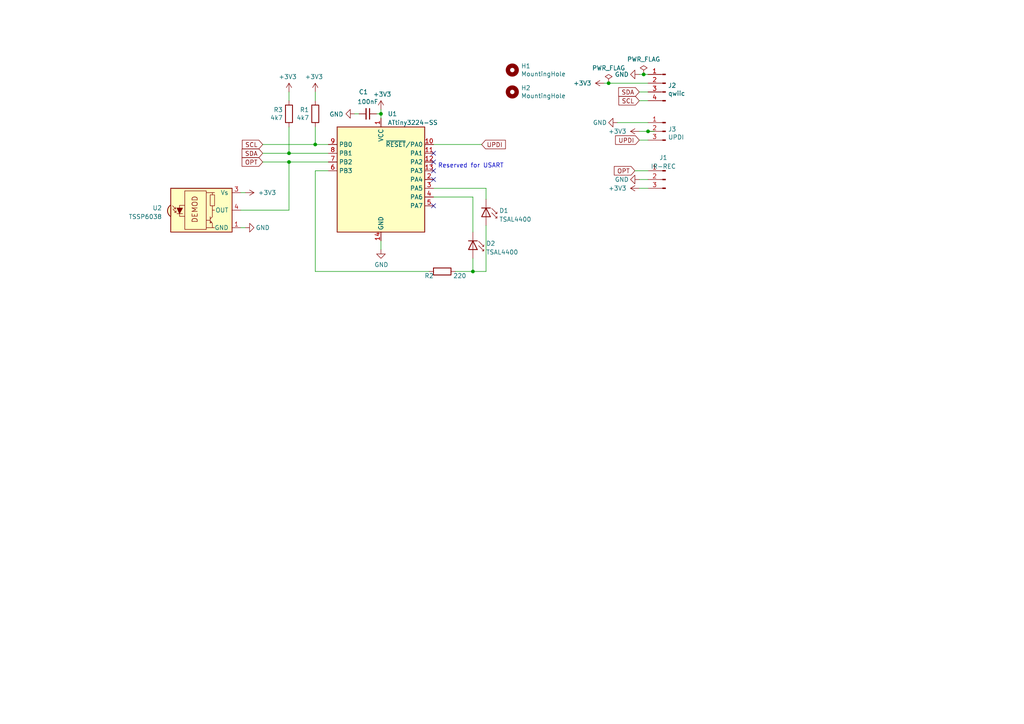
<source format=kicad_sch>
(kicad_sch (version 20230121) (generator eeschema)

  (uuid ff1cffc4-9bfe-429d-a937-598850c99930)

  (paper "A4")

  (title_block
    (title "Optical event counter")
    (company "Copyright 2023 Google LLC")
    (comment 2 "http://www.apache.org/licenses/LICENSE-2.0")
    (comment 3 "Licensed under the Apache License, Version 2.0 (the \"License\").")
  )

  (lib_symbols
    (symbol "Connector:Conn_01x03_Pin" (pin_names (offset 1.016) hide) (in_bom yes) (on_board yes)
      (property "Reference" "J" (at 0 5.08 0)
        (effects (font (size 1.27 1.27)))
      )
      (property "Value" "Conn_01x03_Pin" (at 0 -5.08 0)
        (effects (font (size 1.27 1.27)))
      )
      (property "Footprint" "" (at 0 0 0)
        (effects (font (size 1.27 1.27)) hide)
      )
      (property "Datasheet" "~" (at 0 0 0)
        (effects (font (size 1.27 1.27)) hide)
      )
      (property "ki_locked" "" (at 0 0 0)
        (effects (font (size 1.27 1.27)))
      )
      (property "ki_keywords" "connector" (at 0 0 0)
        (effects (font (size 1.27 1.27)) hide)
      )
      (property "ki_description" "Generic connector, single row, 01x03, script generated" (at 0 0 0)
        (effects (font (size 1.27 1.27)) hide)
      )
      (property "ki_fp_filters" "Connector*:*_1x??_*" (at 0 0 0)
        (effects (font (size 1.27 1.27)) hide)
      )
      (symbol "Conn_01x03_Pin_1_1"
        (polyline
          (pts
            (xy 1.27 -2.54)
            (xy 0.8636 -2.54)
          )
          (stroke (width 0.1524) (type default))
          (fill (type none))
        )
        (polyline
          (pts
            (xy 1.27 0)
            (xy 0.8636 0)
          )
          (stroke (width 0.1524) (type default))
          (fill (type none))
        )
        (polyline
          (pts
            (xy 1.27 2.54)
            (xy 0.8636 2.54)
          )
          (stroke (width 0.1524) (type default))
          (fill (type none))
        )
        (rectangle (start 0.8636 -2.413) (end 0 -2.667)
          (stroke (width 0.1524) (type default))
          (fill (type outline))
        )
        (rectangle (start 0.8636 0.127) (end 0 -0.127)
          (stroke (width 0.1524) (type default))
          (fill (type outline))
        )
        (rectangle (start 0.8636 2.667) (end 0 2.413)
          (stroke (width 0.1524) (type default))
          (fill (type outline))
        )
        (pin passive line (at 5.08 2.54 180) (length 3.81)
          (name "Pin_1" (effects (font (size 1.27 1.27))))
          (number "1" (effects (font (size 1.27 1.27))))
        )
        (pin passive line (at 5.08 0 180) (length 3.81)
          (name "Pin_2" (effects (font (size 1.27 1.27))))
          (number "2" (effects (font (size 1.27 1.27))))
        )
        (pin passive line (at 5.08 -2.54 180) (length 3.81)
          (name "Pin_3" (effects (font (size 1.27 1.27))))
          (number "3" (effects (font (size 1.27 1.27))))
        )
      )
    )
    (symbol "Device:C_Small" (pin_numbers hide) (pin_names (offset 0.254) hide) (in_bom yes) (on_board yes)
      (property "Reference" "C" (at 0.254 1.778 0)
        (effects (font (size 1.27 1.27)) (justify left))
      )
      (property "Value" "C_Small" (at 0.254 -2.032 0)
        (effects (font (size 1.27 1.27)) (justify left))
      )
      (property "Footprint" "" (at 0 0 0)
        (effects (font (size 1.27 1.27)) hide)
      )
      (property "Datasheet" "~" (at 0 0 0)
        (effects (font (size 1.27 1.27)) hide)
      )
      (property "ki_keywords" "capacitor cap" (at 0 0 0)
        (effects (font (size 1.27 1.27)) hide)
      )
      (property "ki_description" "Unpolarized capacitor, small symbol" (at 0 0 0)
        (effects (font (size 1.27 1.27)) hide)
      )
      (property "ki_fp_filters" "C_*" (at 0 0 0)
        (effects (font (size 1.27 1.27)) hide)
      )
      (symbol "C_Small_0_1"
        (polyline
          (pts
            (xy -1.524 -0.508)
            (xy 1.524 -0.508)
          )
          (stroke (width 0.3302) (type default))
          (fill (type none))
        )
        (polyline
          (pts
            (xy -1.524 0.508)
            (xy 1.524 0.508)
          )
          (stroke (width 0.3048) (type default))
          (fill (type none))
        )
      )
      (symbol "C_Small_1_1"
        (pin passive line (at 0 2.54 270) (length 2.032)
          (name "~" (effects (font (size 1.27 1.27))))
          (number "1" (effects (font (size 1.27 1.27))))
        )
        (pin passive line (at 0 -2.54 90) (length 2.032)
          (name "~" (effects (font (size 1.27 1.27))))
          (number "2" (effects (font (size 1.27 1.27))))
        )
      )
    )
    (symbol "Device:R" (pin_numbers hide) (pin_names (offset 0)) (in_bom yes) (on_board yes)
      (property "Reference" "R" (at 2.032 0 90)
        (effects (font (size 1.27 1.27)))
      )
      (property "Value" "R" (at 0 0 90)
        (effects (font (size 1.27 1.27)))
      )
      (property "Footprint" "" (at -1.778 0 90)
        (effects (font (size 1.27 1.27)) hide)
      )
      (property "Datasheet" "~" (at 0 0 0)
        (effects (font (size 1.27 1.27)) hide)
      )
      (property "ki_keywords" "R res resistor" (at 0 0 0)
        (effects (font (size 1.27 1.27)) hide)
      )
      (property "ki_description" "Resistor" (at 0 0 0)
        (effects (font (size 1.27 1.27)) hide)
      )
      (property "ki_fp_filters" "R_*" (at 0 0 0)
        (effects (font (size 1.27 1.27)) hide)
      )
      (symbol "R_0_1"
        (rectangle (start -1.016 -2.54) (end 1.016 2.54)
          (stroke (width 0.254) (type default))
          (fill (type none))
        )
      )
      (symbol "R_1_1"
        (pin passive line (at 0 3.81 270) (length 1.27)
          (name "~" (effects (font (size 1.27 1.27))))
          (number "1" (effects (font (size 1.27 1.27))))
        )
        (pin passive line (at 0 -3.81 90) (length 1.27)
          (name "~" (effects (font (size 1.27 1.27))))
          (number "2" (effects (font (size 1.27 1.27))))
        )
      )
    )
    (symbol "LED:TSAL4400" (pin_numbers hide) (pin_names (offset 1.016) hide) (in_bom yes) (on_board yes)
      (property "Reference" "D" (at 0.508 1.778 0)
        (effects (font (size 1.27 1.27)) (justify left))
      )
      (property "Value" "TSAL4400" (at -1.016 -2.794 0)
        (effects (font (size 1.27 1.27)))
      )
      (property "Footprint" "LED_THT:LED_D3.0mm_IRBlack" (at 0 4.445 0)
        (effects (font (size 1.27 1.27)) hide)
      )
      (property "Datasheet" "http://www.vishay.com/docs/81006/tsal4400.pdf" (at -1.27 0 0)
        (effects (font (size 1.27 1.27)) hide)
      )
      (property "ki_keywords" "opto IR LED" (at 0 0 0)
        (effects (font (size 1.27 1.27)) hide)
      )
      (property "ki_description" "Infrared LED , 3mm LED package" (at 0 0 0)
        (effects (font (size 1.27 1.27)) hide)
      )
      (property "ki_fp_filters" "LED*3.0mm*IRBlack*" (at 0 0 0)
        (effects (font (size 1.27 1.27)) hide)
      )
      (symbol "TSAL4400_0_1"
        (polyline
          (pts
            (xy -2.54 1.27)
            (xy -2.54 -1.27)
          )
          (stroke (width 0.254) (type default))
          (fill (type none))
        )
        (polyline
          (pts
            (xy 0 0)
            (xy -2.54 0)
          )
          (stroke (width 0) (type default))
          (fill (type none))
        )
        (polyline
          (pts
            (xy 0.381 3.175)
            (xy -0.127 3.175)
          )
          (stroke (width 0) (type default))
          (fill (type none))
        )
        (polyline
          (pts
            (xy -1.143 1.651)
            (xy 0.381 3.175)
            (xy 0.381 2.667)
          )
          (stroke (width 0) (type default))
          (fill (type none))
        )
        (polyline
          (pts
            (xy 0 1.27)
            (xy -2.54 0)
            (xy 0 -1.27)
            (xy 0 1.27)
          )
          (stroke (width 0.254) (type default))
          (fill (type none))
        )
        (polyline
          (pts
            (xy -2.413 1.651)
            (xy -0.889 3.175)
            (xy -0.889 2.667)
            (xy -0.889 3.175)
            (xy -1.397 3.175)
          )
          (stroke (width 0) (type default))
          (fill (type none))
        )
      )
      (symbol "TSAL4400_1_1"
        (pin passive line (at -5.08 0 0) (length 2.54)
          (name "K" (effects (font (size 1.27 1.27))))
          (number "1" (effects (font (size 1.27 1.27))))
        )
        (pin passive line (at 2.54 0 180) (length 2.54)
          (name "A" (effects (font (size 1.27 1.27))))
          (number "2" (effects (font (size 1.27 1.27))))
        )
      )
    )
    (symbol "MCU_Microchip_ATtiny:ATtiny3224-SS" (in_bom yes) (on_board yes)
      (property "Reference" "U" (at -12.7 16.51 0)
        (effects (font (size 1.27 1.27)) (justify left bottom))
      )
      (property "Value" "ATtiny3224-SS" (at 2.54 -16.51 0)
        (effects (font (size 1.27 1.27)) (justify left top))
      )
      (property "Footprint" "Package_SO:SOIC-14_3.9x8.7mm_P1.27mm" (at 0 0 0)
        (effects (font (size 1.27 1.27) italic) hide)
      )
      (property "Datasheet" "https://ww1.microchip.com/downloads/en/DeviceDoc/ATtiny3224-3226-3227-Data-Sheet-DS40002345A.pdf" (at 0 0 0)
        (effects (font (size 1.27 1.27)) hide)
      )
      (property "ki_keywords" "AVR 8bit Microcontroller tinyAVR" (at 0 0 0)
        (effects (font (size 1.27 1.27)) hide)
      )
      (property "ki_description" "20MHz, 32kB Flash, 3kB SRAM, 256B EEPROM, SOIC-14" (at 0 0 0)
        (effects (font (size 1.27 1.27)) hide)
      )
      (property "ki_fp_filters" "SOIC*3.9x8.7mm*P1.27mm*" (at 0 0 0)
        (effects (font (size 1.27 1.27)) hide)
      )
      (symbol "ATtiny3224-SS_0_1"
        (rectangle (start -12.7 -15.24) (end 12.7 15.24)
          (stroke (width 0.254) (type default))
          (fill (type background))
        )
      )
      (symbol "ATtiny3224-SS_1_1"
        (pin power_in line (at 0 17.78 270) (length 2.54)
          (name "VCC" (effects (font (size 1.27 1.27))))
          (number "1" (effects (font (size 1.27 1.27))))
        )
        (pin bidirectional line (at 15.24 10.16 180) (length 2.54)
          (name "~{RESET}/PA0" (effects (font (size 1.27 1.27))))
          (number "10" (effects (font (size 1.27 1.27))))
        )
        (pin bidirectional line (at 15.24 7.62 180) (length 2.54)
          (name "PA1" (effects (font (size 1.27 1.27))))
          (number "11" (effects (font (size 1.27 1.27))))
        )
        (pin bidirectional line (at 15.24 5.08 180) (length 2.54)
          (name "PA2" (effects (font (size 1.27 1.27))))
          (number "12" (effects (font (size 1.27 1.27))))
        )
        (pin bidirectional line (at 15.24 2.54 180) (length 2.54)
          (name "PA3" (effects (font (size 1.27 1.27))))
          (number "13" (effects (font (size 1.27 1.27))))
        )
        (pin power_in line (at 0 -17.78 90) (length 2.54)
          (name "GND" (effects (font (size 1.27 1.27))))
          (number "14" (effects (font (size 1.27 1.27))))
        )
        (pin bidirectional line (at 15.24 0 180) (length 2.54)
          (name "PA4" (effects (font (size 1.27 1.27))))
          (number "2" (effects (font (size 1.27 1.27))))
        )
        (pin bidirectional line (at 15.24 -2.54 180) (length 2.54)
          (name "PA5" (effects (font (size 1.27 1.27))))
          (number "3" (effects (font (size 1.27 1.27))))
        )
        (pin bidirectional line (at 15.24 -5.08 180) (length 2.54)
          (name "PA6" (effects (font (size 1.27 1.27))))
          (number "4" (effects (font (size 1.27 1.27))))
        )
        (pin bidirectional line (at 15.24 -7.62 180) (length 2.54)
          (name "PA7" (effects (font (size 1.27 1.27))))
          (number "5" (effects (font (size 1.27 1.27))))
        )
        (pin bidirectional line (at -15.24 2.54 0) (length 2.54)
          (name "PB3" (effects (font (size 1.27 1.27))))
          (number "6" (effects (font (size 1.27 1.27))))
        )
        (pin bidirectional line (at -15.24 5.08 0) (length 2.54)
          (name "PB2" (effects (font (size 1.27 1.27))))
          (number "7" (effects (font (size 1.27 1.27))))
        )
        (pin bidirectional line (at -15.24 7.62 0) (length 2.54)
          (name "PB1" (effects (font (size 1.27 1.27))))
          (number "8" (effects (font (size 1.27 1.27))))
        )
        (pin bidirectional line (at -15.24 10.16 0) (length 2.54)
          (name "PB0" (effects (font (size 1.27 1.27))))
          (number "9" (effects (font (size 1.27 1.27))))
        )
      )
    )
    (symbol "Mechanical:MountingHole" (pin_names (offset 1.016)) (in_bom yes) (on_board yes)
      (property "Reference" "H" (at 0 5.08 0)
        (effects (font (size 1.27 1.27)))
      )
      (property "Value" "MountingHole" (at 0 3.175 0)
        (effects (font (size 1.27 1.27)))
      )
      (property "Footprint" "" (at 0 0 0)
        (effects (font (size 1.27 1.27)) hide)
      )
      (property "Datasheet" "~" (at 0 0 0)
        (effects (font (size 1.27 1.27)) hide)
      )
      (property "ki_keywords" "mounting hole" (at 0 0 0)
        (effects (font (size 1.27 1.27)) hide)
      )
      (property "ki_description" "Mounting Hole without connection" (at 0 0 0)
        (effects (font (size 1.27 1.27)) hide)
      )
      (property "ki_fp_filters" "MountingHole*" (at 0 0 0)
        (effects (font (size 1.27 1.27)) hide)
      )
      (symbol "MountingHole_0_1"
        (circle (center 0 0) (radius 1.27)
          (stroke (width 1.27) (type default))
          (fill (type none))
        )
      )
    )
    (symbol "opto-counter-rescue:+3.3V-power" (power) (pin_names (offset 0)) (in_bom yes) (on_board yes)
      (property "Reference" "#PWR" (at 0 -3.81 0)
        (effects (font (size 1.27 1.27)) hide)
      )
      (property "Value" "+3.3V-power" (at 0 3.556 0)
        (effects (font (size 1.27 1.27)))
      )
      (property "Footprint" "" (at 0 0 0)
        (effects (font (size 1.27 1.27)) hide)
      )
      (property "Datasheet" "" (at 0 0 0)
        (effects (font (size 1.27 1.27)) hide)
      )
      (symbol "+3.3V-power_0_1"
        (polyline
          (pts
            (xy -0.762 1.27)
            (xy 0 2.54)
          )
          (stroke (width 0) (type solid))
          (fill (type none))
        )
        (polyline
          (pts
            (xy 0 0)
            (xy 0 2.54)
          )
          (stroke (width 0) (type solid))
          (fill (type none))
        )
        (polyline
          (pts
            (xy 0 2.54)
            (xy 0.762 1.27)
          )
          (stroke (width 0) (type solid))
          (fill (type none))
        )
      )
      (symbol "+3.3V-power_1_1"
        (pin power_in line (at 0 0 90) (length 0) hide
          (name "+3V3" (effects (font (size 1.27 1.27))))
          (number "1" (effects (font (size 1.27 1.27))))
        )
      )
    )
    (symbol "opto-counter-rescue:Conn_01x03_Male-Connector" (pin_names (offset 1.016) hide) (in_bom yes) (on_board yes)
      (property "Reference" "J" (at 0 5.08 0)
        (effects (font (size 1.27 1.27)))
      )
      (property "Value" "Connector_Conn_01x03_Male" (at 0 -5.08 0)
        (effects (font (size 1.27 1.27)))
      )
      (property "Footprint" "" (at 0 0 0)
        (effects (font (size 1.27 1.27)) hide)
      )
      (property "Datasheet" "" (at 0 0 0)
        (effects (font (size 1.27 1.27)) hide)
      )
      (property "ki_fp_filters" "Connector*:*_1x??_*" (at 0 0 0)
        (effects (font (size 1.27 1.27)) hide)
      )
      (symbol "Conn_01x03_Male-Connector_1_1"
        (polyline
          (pts
            (xy 1.27 -2.54)
            (xy 0.8636 -2.54)
          )
          (stroke (width 0.1524) (type solid))
          (fill (type none))
        )
        (polyline
          (pts
            (xy 1.27 0)
            (xy 0.8636 0)
          )
          (stroke (width 0.1524) (type solid))
          (fill (type none))
        )
        (polyline
          (pts
            (xy 1.27 2.54)
            (xy 0.8636 2.54)
          )
          (stroke (width 0.1524) (type solid))
          (fill (type none))
        )
        (rectangle (start 0.8636 -2.413) (end 0 -2.667)
          (stroke (width 0.1524) (type solid))
          (fill (type outline))
        )
        (rectangle (start 0.8636 0.127) (end 0 -0.127)
          (stroke (width 0.1524) (type solid))
          (fill (type outline))
        )
        (rectangle (start 0.8636 2.667) (end 0 2.413)
          (stroke (width 0.1524) (type solid))
          (fill (type outline))
        )
        (pin passive line (at 5.08 2.54 180) (length 3.81)
          (name "Pin_1" (effects (font (size 1.27 1.27))))
          (number "1" (effects (font (size 1.27 1.27))))
        )
        (pin passive line (at 5.08 0 180) (length 3.81)
          (name "Pin_2" (effects (font (size 1.27 1.27))))
          (number "2" (effects (font (size 1.27 1.27))))
        )
        (pin passive line (at 5.08 -2.54 180) (length 3.81)
          (name "Pin_3" (effects (font (size 1.27 1.27))))
          (number "3" (effects (font (size 1.27 1.27))))
        )
      )
    )
    (symbol "opto-counter-rescue:Conn_01x04_Male-Connector" (pin_names (offset 1.016) hide) (in_bom yes) (on_board yes)
      (property "Reference" "J" (at 0 5.08 0)
        (effects (font (size 1.27 1.27)))
      )
      (property "Value" "Connector_Conn_01x04_Male" (at 0 -7.62 0)
        (effects (font (size 1.27 1.27)))
      )
      (property "Footprint" "" (at 0 0 0)
        (effects (font (size 1.27 1.27)) hide)
      )
      (property "Datasheet" "" (at 0 0 0)
        (effects (font (size 1.27 1.27)) hide)
      )
      (property "ki_fp_filters" "Connector*:*_1x??_*" (at 0 0 0)
        (effects (font (size 1.27 1.27)) hide)
      )
      (symbol "Conn_01x04_Male-Connector_1_1"
        (polyline
          (pts
            (xy 1.27 -5.08)
            (xy 0.8636 -5.08)
          )
          (stroke (width 0.1524) (type solid))
          (fill (type none))
        )
        (polyline
          (pts
            (xy 1.27 -2.54)
            (xy 0.8636 -2.54)
          )
          (stroke (width 0.1524) (type solid))
          (fill (type none))
        )
        (polyline
          (pts
            (xy 1.27 0)
            (xy 0.8636 0)
          )
          (stroke (width 0.1524) (type solid))
          (fill (type none))
        )
        (polyline
          (pts
            (xy 1.27 2.54)
            (xy 0.8636 2.54)
          )
          (stroke (width 0.1524) (type solid))
          (fill (type none))
        )
        (rectangle (start 0.8636 -4.953) (end 0 -5.207)
          (stroke (width 0.1524) (type solid))
          (fill (type outline))
        )
        (rectangle (start 0.8636 -2.413) (end 0 -2.667)
          (stroke (width 0.1524) (type solid))
          (fill (type outline))
        )
        (rectangle (start 0.8636 0.127) (end 0 -0.127)
          (stroke (width 0.1524) (type solid))
          (fill (type outline))
        )
        (rectangle (start 0.8636 2.667) (end 0 2.413)
          (stroke (width 0.1524) (type solid))
          (fill (type outline))
        )
        (pin passive line (at 5.08 2.54 180) (length 3.81)
          (name "Pin_1" (effects (font (size 1.27 1.27))))
          (number "1" (effects (font (size 1.27 1.27))))
        )
        (pin passive line (at 5.08 0 180) (length 3.81)
          (name "Pin_2" (effects (font (size 1.27 1.27))))
          (number "2" (effects (font (size 1.27 1.27))))
        )
        (pin passive line (at 5.08 -2.54 180) (length 3.81)
          (name "Pin_3" (effects (font (size 1.27 1.27))))
          (number "3" (effects (font (size 1.27 1.27))))
        )
        (pin passive line (at 5.08 -5.08 180) (length 3.81)
          (name "Pin_4" (effects (font (size 1.27 1.27))))
          (number "4" (effects (font (size 1.27 1.27))))
        )
      )
    )
    (symbol "opto-counter:TSSP6038" (pin_names (offset 1.016)) (in_bom yes) (on_board yes)
      (property "Reference" "U" (at -10.16 7.62 0)
        (effects (font (size 1.27 1.27)) (justify left))
      )
      (property "Value" "TSSP6038" (at -10.16 -7.62 0)
        (effects (font (size 1.27 1.27)) (justify left))
      )
      (property "Footprint" "opto-counter:TSS60xx" (at -1.27 -9.525 0)
        (effects (font (size 1.27 1.27)) hide)
      )
      (property "Datasheet" "https://www.vishay.com/docs/82483/tssp60.pdf" (at 16.51 7.62 0)
        (effects (font (size 1.27 1.27)) hide)
      )
      (property "ki_keywords" "opto IR receiver" (at 0 0 0)
        (effects (font (size 1.27 1.27)) hide)
      )
      (property "ki_description" "Photo Modules for PCM Remote Control Systems" (at 0 0 0)
        (effects (font (size 1.27 1.27)) hide)
      )
      (property "ki_fp_filters" "Vishay*MINICAST*" (at 0 0 0)
        (effects (font (size 1.27 1.27)) hide)
      )
      (symbol "TSSP6038_0_0"
        (arc (start -10.287 1.397) (mid -11.0899 -0.1852) (end -10.287 -1.778)
          (stroke (width 0.254) (type default))
          (fill (type background))
        )
        (polyline
          (pts
            (xy 1.905 -5.08)
            (xy 0.127 -5.08)
          )
          (stroke (width 0) (type default))
          (fill (type none))
        )
        (polyline
          (pts
            (xy 1.905 5.08)
            (xy 0.127 5.08)
          )
          (stroke (width 0) (type default))
          (fill (type none))
        )
        (text "DEMOD" (at -3.175 0.254 900)
          (effects (font (size 1.524 1.524)))
        )
      )
      (symbol "TSSP6038_0_1"
        (rectangle (start -6.096 5.588) (end 0.127 -5.588)
          (stroke (width 0) (type default))
          (fill (type none))
        )
        (polyline
          (pts
            (xy -8.763 0.381)
            (xy -9.652 1.27)
          )
          (stroke (width 0) (type default))
          (fill (type none))
        )
        (polyline
          (pts
            (xy -8.763 0.381)
            (xy -9.271 0.381)
          )
          (stroke (width 0) (type default))
          (fill (type none))
        )
        (polyline
          (pts
            (xy -8.763 0.381)
            (xy -8.763 0.889)
          )
          (stroke (width 0) (type default))
          (fill (type none))
        )
        (polyline
          (pts
            (xy -8.636 -0.635)
            (xy -9.525 0.254)
          )
          (stroke (width 0) (type default))
          (fill (type none))
        )
        (polyline
          (pts
            (xy -8.636 -0.635)
            (xy -9.144 -0.635)
          )
          (stroke (width 0) (type default))
          (fill (type none))
        )
        (polyline
          (pts
            (xy -8.636 -0.635)
            (xy -8.636 -0.127)
          )
          (stroke (width 0) (type default))
          (fill (type none))
        )
        (polyline
          (pts
            (xy -8.382 -1.016)
            (xy -6.731 -1.016)
          )
          (stroke (width 0) (type default))
          (fill (type none))
        )
        (polyline
          (pts
            (xy 1.27 -2.921)
            (xy 0.127 -2.921)
          )
          (stroke (width 0) (type default))
          (fill (type none))
        )
        (polyline
          (pts
            (xy 1.27 -1.905)
            (xy 1.27 -3.81)
          )
          (stroke (width 0) (type default))
          (fill (type none))
        )
        (polyline
          (pts
            (xy 1.397 -3.556)
            (xy 1.524 -3.556)
          )
          (stroke (width 0) (type default))
          (fill (type none))
        )
        (polyline
          (pts
            (xy 1.651 -3.556)
            (xy 1.524 -3.556)
          )
          (stroke (width 0) (type default))
          (fill (type none))
        )
        (polyline
          (pts
            (xy 1.651 -3.556)
            (xy 1.651 -3.302)
          )
          (stroke (width 0) (type default))
          (fill (type none))
        )
        (polyline
          (pts
            (xy 1.905 0)
            (xy 1.905 1.27)
          )
          (stroke (width 0) (type default))
          (fill (type none))
        )
        (polyline
          (pts
            (xy 1.905 4.445)
            (xy 1.905 5.08)
            (xy 2.54 5.08)
          )
          (stroke (width 0) (type default))
          (fill (type none))
        )
        (polyline
          (pts
            (xy -8.382 0.635)
            (xy -6.731 0.635)
            (xy -7.62 -1.016)
            (xy -8.382 0.635)
          )
          (stroke (width 0) (type default))
          (fill (type outline))
        )
        (polyline
          (pts
            (xy -6.096 1.397)
            (xy -7.62 1.397)
            (xy -7.62 -1.778)
            (xy -6.096 -1.778)
          )
          (stroke (width 0) (type default))
          (fill (type none))
        )
        (polyline
          (pts
            (xy 1.27 -3.175)
            (xy 1.905 -3.81)
            (xy 1.905 -5.08)
            (xy 2.54 -5.08)
          )
          (stroke (width 0) (type default))
          (fill (type none))
        )
        (polyline
          (pts
            (xy 1.27 -2.54)
            (xy 1.905 -1.905)
            (xy 1.905 0)
            (xy 2.54 0)
          )
          (stroke (width 0) (type default))
          (fill (type none))
        )
        (rectangle (start 2.54 1.27) (end 1.27 4.445)
          (stroke (width 0) (type default))
          (fill (type none))
        )
        (rectangle (start 7.62 6.35) (end -10.16 -6.35)
          (stroke (width 0.254) (type default))
          (fill (type background))
        )
      )
      (symbol "TSSP6038_1_1"
        (pin power_in line (at 10.16 -5.08 180) (length 2.54)
          (name "GND" (effects (font (size 1.27 1.27))))
          (number "1" (effects (font (size 1.27 1.27))))
        )
        (pin no_connect line (at 2.54 -7.62 90) (length 1.27) hide
          (name "" (effects (font (size 1.27 1.27))))
          (number "2" (effects (font (size 1.27 1.27))))
        )
        (pin power_in line (at 10.16 5.08 180) (length 2.54)
          (name "Vs" (effects (font (size 1.27 1.27))))
          (number "3" (effects (font (size 1.27 1.27))))
        )
        (pin output line (at 10.16 0 180) (length 2.54)
          (name "OUT" (effects (font (size 1.27 1.27))))
          (number "4" (effects (font (size 1.27 1.27))))
        )
      )
    )
    (symbol "power:GND" (power) (pin_names (offset 0)) (in_bom yes) (on_board yes)
      (property "Reference" "#PWR" (at 0 -6.35 0)
        (effects (font (size 1.27 1.27)) hide)
      )
      (property "Value" "GND" (at 0 -3.81 0)
        (effects (font (size 1.27 1.27)))
      )
      (property "Footprint" "" (at 0 0 0)
        (effects (font (size 1.27 1.27)) hide)
      )
      (property "Datasheet" "" (at 0 0 0)
        (effects (font (size 1.27 1.27)) hide)
      )
      (property "ki_keywords" "global power" (at 0 0 0)
        (effects (font (size 1.27 1.27)) hide)
      )
      (property "ki_description" "Power symbol creates a global label with name \"GND\" , ground" (at 0 0 0)
        (effects (font (size 1.27 1.27)) hide)
      )
      (symbol "GND_0_1"
        (polyline
          (pts
            (xy 0 0)
            (xy 0 -1.27)
            (xy 1.27 -1.27)
            (xy 0 -2.54)
            (xy -1.27 -1.27)
            (xy 0 -1.27)
          )
          (stroke (width 0) (type default))
          (fill (type none))
        )
      )
      (symbol "GND_1_1"
        (pin power_in line (at 0 0 270) (length 0) hide
          (name "GND" (effects (font (size 1.27 1.27))))
          (number "1" (effects (font (size 1.27 1.27))))
        )
      )
    )
    (symbol "power:PWR_FLAG" (power) (pin_numbers hide) (pin_names (offset 0) hide) (in_bom yes) (on_board yes)
      (property "Reference" "#FLG" (at 0 1.905 0)
        (effects (font (size 1.27 1.27)) hide)
      )
      (property "Value" "PWR_FLAG" (at 0 3.81 0)
        (effects (font (size 1.27 1.27)))
      )
      (property "Footprint" "" (at 0 0 0)
        (effects (font (size 1.27 1.27)) hide)
      )
      (property "Datasheet" "~" (at 0 0 0)
        (effects (font (size 1.27 1.27)) hide)
      )
      (property "ki_keywords" "flag power" (at 0 0 0)
        (effects (font (size 1.27 1.27)) hide)
      )
      (property "ki_description" "Special symbol for telling ERC where power comes from" (at 0 0 0)
        (effects (font (size 1.27 1.27)) hide)
      )
      (symbol "PWR_FLAG_0_0"
        (pin power_out line (at 0 0 90) (length 0)
          (name "pwr" (effects (font (size 1.27 1.27))))
          (number "1" (effects (font (size 1.27 1.27))))
        )
      )
      (symbol "PWR_FLAG_0_1"
        (polyline
          (pts
            (xy 0 0)
            (xy 0 1.27)
            (xy -1.016 1.905)
            (xy 0 2.54)
            (xy 1.016 1.905)
            (xy 0 1.27)
          )
          (stroke (width 0) (type default))
          (fill (type none))
        )
      )
    )
  )

  (junction (at 176.53 24.13) (diameter 0) (color 0 0 0 0)
    (uuid 0e03bb88-c855-455f-869c-67ca1cee0f61)
  )
  (junction (at 137.16 78.74) (diameter 0) (color 0 0 0 0)
    (uuid 16589167-cea6-4315-9158-09620f39472f)
  )
  (junction (at 186.69 21.59) (diameter 0) (color 0 0 0 0)
    (uuid 29c3e879-e99f-4086-9a91-96d5ce1625d4)
  )
  (junction (at 187.96 38.1) (diameter 0) (color 0 0 0 0)
    (uuid 2a56acef-9b66-4d2f-bd06-699668e84b0b)
  )
  (junction (at 83.82 44.45) (diameter 0) (color 0 0 0 0)
    (uuid 2f97e247-e951-4a71-be51-ba613f5cba57)
  )
  (junction (at 83.82 46.99) (diameter 0) (color 0 0 0 0)
    (uuid 74568549-6ca0-49de-9959-34dea3d896cb)
  )
  (junction (at 91.44 41.91) (diameter 0) (color 0 0 0 0)
    (uuid e3f357ee-ce6b-4fe2-a18c-76b93ce6c4d5)
  )
  (junction (at 110.49 33.02) (diameter 0) (color 0 0 0 0)
    (uuid eff4569d-3eac-472c-b7b2-440a7547f5e7)
  )

  (no_connect (at 125.73 44.45) (uuid 78635a62-c0ad-44f3-96b5-0361f075809d))
  (no_connect (at 125.73 46.99) (uuid abfdb28d-e138-4445-a25b-f9fee5cf39be))
  (no_connect (at 125.73 49.53) (uuid f45053cd-2867-4127-916c-3f5b841eb6ba))
  (no_connect (at 125.73 59.69) (uuid fbf87a59-1e4f-43c2-88c7-23752c85e7a9))
  (no_connect (at 125.73 52.07) (uuid fc6bd607-2423-47af-82d1-d3070d1aed81))

  (wire (pts (xy 179.07 35.56) (xy 187.96 35.56))
    (stroke (width 0) (type default))
    (uuid 02155547-b967-4fd6-82fe-2f9c9d4abc44)
  )
  (wire (pts (xy 187.96 54.61) (xy 185.42 54.61))
    (stroke (width 0) (type default))
    (uuid 0ca26b68-edf0-4011-94fc-8c363fbf4b49)
  )
  (wire (pts (xy 176.53 24.13) (xy 187.96 24.13))
    (stroke (width 0) (type default))
    (uuid 135f9fd1-0e19-4beb-8630-9b89c4a24e7f)
  )
  (wire (pts (xy 140.97 54.61) (xy 125.73 54.61))
    (stroke (width 0) (type default))
    (uuid 21a60a37-3278-423e-a135-cf070a8ade8c)
  )
  (wire (pts (xy 91.44 41.91) (xy 95.25 41.91))
    (stroke (width 0) (type default))
    (uuid 23d218b6-a452-4893-b03c-f3886af51756)
  )
  (wire (pts (xy 83.82 46.99) (xy 95.25 46.99))
    (stroke (width 0) (type default))
    (uuid 378fbae2-46d6-4b1c-b734-0e471ee55810)
  )
  (wire (pts (xy 71.12 55.88) (xy 69.85 55.88))
    (stroke (width 0) (type default))
    (uuid 42614260-47c1-470e-9ca6-e4cfd94fca57)
  )
  (wire (pts (xy 110.49 72.39) (xy 110.49 69.85))
    (stroke (width 0) (type default))
    (uuid 49abaf1b-bc60-432d-b045-2d6b37f7cbea)
  )
  (wire (pts (xy 83.82 44.45) (xy 95.25 44.45))
    (stroke (width 0) (type default))
    (uuid 503f9aae-6ae1-4489-b6c6-7d8096356562)
  )
  (wire (pts (xy 91.44 36.83) (xy 91.44 41.91))
    (stroke (width 0) (type default))
    (uuid 567008ad-0eed-4868-b552-6818127c94cd)
  )
  (wire (pts (xy 137.16 78.74) (xy 140.97 78.74))
    (stroke (width 0) (type default))
    (uuid 5a932276-9a8a-4a6f-8687-25529aa0cab5)
  )
  (wire (pts (xy 185.42 21.59) (xy 186.69 21.59))
    (stroke (width 0) (type default))
    (uuid 6061f182-ea93-4387-8673-91af7e9e782d)
  )
  (wire (pts (xy 71.12 66.04) (xy 69.85 66.04))
    (stroke (width 0) (type default))
    (uuid 612129b8-69bb-48f5-95fd-f042a385b762)
  )
  (wire (pts (xy 132.08 78.74) (xy 137.16 78.74))
    (stroke (width 0) (type default))
    (uuid 69ebd8bc-81fa-4298-9bfd-5033ed44c4be)
  )
  (wire (pts (xy 186.69 21.59) (xy 187.96 21.59))
    (stroke (width 0) (type default))
    (uuid 69ff1edc-09ba-41ab-9581-3e5f50886b93)
  )
  (wire (pts (xy 91.44 78.74) (xy 124.46 78.74))
    (stroke (width 0) (type default))
    (uuid 6c7d68eb-c59c-418b-b933-1541f79bb927)
  )
  (wire (pts (xy 185.42 26.67) (xy 187.96 26.67))
    (stroke (width 0) (type default))
    (uuid 6ca55c9a-e9b1-4245-a041-f5f802311190)
  )
  (wire (pts (xy 76.2 44.45) (xy 83.82 44.45))
    (stroke (width 0) (type default))
    (uuid 6f7b13a0-95d4-4871-8e21-d97c9c9f775f)
  )
  (wire (pts (xy 102.87 33.02) (xy 104.14 33.02))
    (stroke (width 0) (type default))
    (uuid 75bddbef-9eec-4410-bbf5-6359e24f5fad)
  )
  (wire (pts (xy 83.82 26.67) (xy 83.82 29.21))
    (stroke (width 0) (type default))
    (uuid 7860ccd4-63ea-4219-89bc-fc6eabd506f2)
  )
  (wire (pts (xy 175.26 24.13) (xy 176.53 24.13))
    (stroke (width 0) (type default))
    (uuid 7f3bead9-61d5-43e0-b7c5-5453643a51e2)
  )
  (wire (pts (xy 83.82 46.99) (xy 83.82 60.96))
    (stroke (width 0) (type default))
    (uuid 858c5f0b-9162-453f-9e1d-27390eeb64f2)
  )
  (wire (pts (xy 91.44 49.53) (xy 95.25 49.53))
    (stroke (width 0) (type default))
    (uuid 8970b419-cffb-4478-aa5c-5a17ed4a7d47)
  )
  (wire (pts (xy 137.16 67.31) (xy 137.16 57.15))
    (stroke (width 0) (type default))
    (uuid 8cf3abad-bb3a-4983-ad70-1c197410915b)
  )
  (wire (pts (xy 83.82 36.83) (xy 83.82 44.45))
    (stroke (width 0) (type default))
    (uuid 9c557c01-abe7-4b0d-b5c8-7b88586a87a3)
  )
  (wire (pts (xy 187.96 49.53) (xy 184.15 49.53))
    (stroke (width 0) (type default))
    (uuid a3a2b61b-1b7a-4a43-8441-691bde0170ff)
  )
  (wire (pts (xy 91.44 26.67) (xy 91.44 29.21))
    (stroke (width 0) (type default))
    (uuid ae9c0e20-3e86-4f95-a95e-fc64ce0430f7)
  )
  (wire (pts (xy 110.49 33.02) (xy 110.49 34.29))
    (stroke (width 0) (type default))
    (uuid b3d80891-4fa5-490f-bc33-cf46d19cb2b4)
  )
  (wire (pts (xy 185.42 38.1) (xy 187.96 38.1))
    (stroke (width 0) (type default))
    (uuid b63d0d0c-215a-4ff2-97d5-55d2a53adbbd)
  )
  (wire (pts (xy 76.2 41.91) (xy 91.44 41.91))
    (stroke (width 0) (type default))
    (uuid b6f5efed-8014-4930-b9b8-ef52dc46bc25)
  )
  (wire (pts (xy 110.49 31.75) (xy 110.49 33.02))
    (stroke (width 0) (type default))
    (uuid bafc48bc-6f52-469f-b760-c9b98f80d6d4)
  )
  (wire (pts (xy 185.42 52.07) (xy 187.96 52.07))
    (stroke (width 0) (type default))
    (uuid c4502ad6-08b8-4aa0-9221-e6a41e0acce6)
  )
  (wire (pts (xy 83.82 60.96) (xy 69.85 60.96))
    (stroke (width 0) (type default))
    (uuid c5a492a8-e90b-4b53-bfd8-4378ba63ccaa)
  )
  (wire (pts (xy 140.97 65.405) (xy 140.97 78.74))
    (stroke (width 0) (type default))
    (uuid c65ccc88-0225-4ba8-8f62-515e94fde45d)
  )
  (wire (pts (xy 187.96 29.21) (xy 185.42 29.21))
    (stroke (width 0) (type default))
    (uuid c994bf59-8fed-4d89-b62e-43551cdd5f77)
  )
  (wire (pts (xy 140.97 57.785) (xy 140.97 54.61))
    (stroke (width 0) (type default))
    (uuid cac7fd4e-6ebf-4884-9b49-108d00b759d1)
  )
  (wire (pts (xy 76.2 46.99) (xy 83.82 46.99))
    (stroke (width 0) (type default))
    (uuid ccd88f08-65db-417c-beca-f6c2ddfb9e6e)
  )
  (wire (pts (xy 187.96 38.1) (xy 189.865 38.1))
    (stroke (width 0) (type default))
    (uuid e21d5d9a-0575-4c70-afbe-340d7050ed49)
  )
  (wire (pts (xy 137.16 74.93) (xy 137.16 78.74))
    (stroke (width 0) (type default))
    (uuid e54d0d6a-83cd-42f6-bdb1-087dc11d335a)
  )
  (wire (pts (xy 137.16 57.15) (xy 125.73 57.15))
    (stroke (width 0) (type default))
    (uuid e825d501-da0a-4129-8d41-286ce38ce6b9)
  )
  (wire (pts (xy 91.44 78.74) (xy 91.44 49.53))
    (stroke (width 0) (type default))
    (uuid ebec6e26-f490-4207-b64b-1e9320079b6b)
  )
  (wire (pts (xy 139.7 41.91) (xy 125.73 41.91))
    (stroke (width 0) (type default))
    (uuid f1490323-c3d1-44b3-a3ee-865a19926c93)
  )
  (wire (pts (xy 109.22 33.02) (xy 110.49 33.02))
    (stroke (width 0) (type default))
    (uuid f490e3f7-f235-47ad-9da2-3a85c42028a1)
  )
  (wire (pts (xy 185.42 40.64) (xy 187.96 40.64))
    (stroke (width 0) (type default))
    (uuid fb1098e0-43a5-409f-a1dd-fb60c5de53f3)
  )

  (text "Reserved for USART" (at 127 48.895 0)
    (effects (font (size 1.27 1.27)) (justify left bottom))
    (uuid 8fb356d8-4bf5-445d-ba17-81fe43bc65ac)
  )

  (global_label "SCL" (shape input) (at 185.42 29.21 180)
    (effects (font (size 1.27 1.27)) (justify right))
    (uuid 053d9b2a-013f-4ddc-ad95-bc6042bb1327)
    (property "Intersheetrefs" "${INTERSHEET_REFS}" (at 185.42 29.21 0)
      (effects (font (size 1.27 1.27)) hide)
    )
  )
  (global_label "OPT" (shape input) (at 184.15 49.53 180) (fields_autoplaced)
    (effects (font (size 1.27 1.27)) (justify right))
    (uuid 3f63416d-9c95-4087-9870-b13efa1649cd)
    (property "Intersheetrefs" "${INTERSHEET_REFS}" (at 178.3303 49.53 0)
      (effects (font (size 1.27 1.27)) (justify right) hide)
    )
  )
  (global_label "SDA" (shape input) (at 185.42 26.67 180)
    (effects (font (size 1.27 1.27)) (justify right))
    (uuid 4d06dd5d-aa93-48cb-8560-6ecaabdeabdb)
    (property "Intersheetrefs" "${INTERSHEET_REFS}" (at 185.42 26.67 0)
      (effects (font (size 1.27 1.27)) hide)
    )
  )
  (global_label "OPT" (shape input) (at 76.2 46.99 180) (fields_autoplaced)
    (effects (font (size 1.27 1.27)) (justify right))
    (uuid 6ece7cea-5531-473b-aa44-83f89cd78c5d)
    (property "Intersheetrefs" "${INTERSHEET_REFS}" (at 70.3803 46.99 0)
      (effects (font (size 1.27 1.27)) (justify right) hide)
    )
  )
  (global_label "UPDI" (shape input) (at 185.42 40.64 180)
    (effects (font (size 1.27 1.27)) (justify right))
    (uuid a7c06a36-8451-4907-82b6-7aa487b03f35)
    (property "Intersheetrefs" "${INTERSHEET_REFS}" (at 185.42 40.64 0)
      (effects (font (size 1.27 1.27)) hide)
    )
  )
  (global_label "SDA" (shape input) (at 76.2 44.45 180)
    (effects (font (size 1.27 1.27)) (justify right))
    (uuid ceb842c0-adbd-406d-9dc1-185b6e2245a5)
    (property "Intersheetrefs" "${INTERSHEET_REFS}" (at 76.2 44.45 0)
      (effects (font (size 1.27 1.27)) hide)
    )
  )
  (global_label "UPDI" (shape input) (at 139.7 41.91 0)
    (effects (font (size 1.27 1.27)) (justify left))
    (uuid f22bc5c3-4cc3-4b61-acaa-dde8bbc69807)
    (property "Intersheetrefs" "${INTERSHEET_REFS}" (at 139.7 41.91 0)
      (effects (font (size 1.27 1.27)) hide)
    )
  )
  (global_label "SCL" (shape input) (at 76.2 41.91 180)
    (effects (font (size 1.27 1.27)) (justify right))
    (uuid fca01336-8bc4-413d-b32f-3e4bb29119e7)
    (property "Intersheetrefs" "${INTERSHEET_REFS}" (at 76.2 41.91 0)
      (effects (font (size 1.27 1.27)) hide)
    )
  )

  (symbol (lib_id "opto-counter-rescue:Conn_01x04_Male-Connector") (at 193.04 24.13 0) (mirror y) (unit 1)
    (in_bom yes) (on_board yes) (dnp no)
    (uuid 00000000-0000-0000-0000-00005f27de6c)
    (property "Reference" "J2" (at 193.7512 24.7904 0)
      (effects (font (size 1.27 1.27)) (justify right))
    )
    (property "Value" "qwiic" (at 193.7512 27.1018 0)
      (effects (font (size 1.27 1.27)) (justify right))
    )
    (property "Footprint" "Connector_JST:JST_XH_S4B-XH-A_1x04_P2.50mm_Horizontal" (at 193.04 24.13 0)
      (effects (font (size 1.27 1.27)) hide)
    )
    (property "Datasheet" "~" (at 193.04 24.13 0)
      (effects (font (size 1.27 1.27)) hide)
    )
    (pin "1" (uuid af59f87b-7504-4441-a316-4c2892505cee))
    (pin "2" (uuid 2e4b64bf-b0ba-4510-a422-d7e4b410372d))
    (pin "3" (uuid ebb35355-614d-444a-9a17-fc631ab7624c))
    (pin "4" (uuid a61990e2-0ace-4fb3-8c5c-4e4e114aaeb9))
    (instances
      (project "opto-counter"
        (path "/ff1cffc4-9bfe-429d-a937-598850c99930"
          (reference "J2") (unit 1)
        )
      )
    )
  )

  (symbol (lib_id "opto-counter-rescue:+3.3V-power") (at 175.26 24.13 90) (unit 1)
    (in_bom yes) (on_board yes) (dnp no)
    (uuid 00000000-0000-0000-0000-00005f27f5c6)
    (property "Reference" "#PWR0101" (at 179.07 24.13 0)
      (effects (font (size 1.27 1.27)) hide)
    )
    (property "Value" "+3.3V" (at 168.91 24.13 90)
      (effects (font (size 1.27 1.27)))
    )
    (property "Footprint" "" (at 175.26 24.13 0)
      (effects (font (size 1.27 1.27)) hide)
    )
    (property "Datasheet" "" (at 175.26 24.13 0)
      (effects (font (size 1.27 1.27)) hide)
    )
    (pin "1" (uuid d0980b05-994a-4e19-921b-e32627b70e69))
    (instances
      (project "opto-counter"
        (path "/ff1cffc4-9bfe-429d-a937-598850c99930"
          (reference "#PWR0101") (unit 1)
        )
      )
    )
  )

  (symbol (lib_id "power:GND") (at 185.42 21.59 270) (unit 1)
    (in_bom yes) (on_board yes) (dnp no)
    (uuid 00000000-0000-0000-0000-00005f280936)
    (property "Reference" "#PWR0102" (at 179.07 21.59 0)
      (effects (font (size 1.27 1.27)) hide)
    )
    (property "Value" "GND" (at 180.34 21.59 90)
      (effects (font (size 1.27 1.27)))
    )
    (property "Footprint" "" (at 185.42 21.59 0)
      (effects (font (size 1.27 1.27)) hide)
    )
    (property "Datasheet" "" (at 185.42 21.59 0)
      (effects (font (size 1.27 1.27)) hide)
    )
    (pin "1" (uuid 821754b8-e395-47e4-b5f1-3e231b412b8a))
    (instances
      (project "opto-counter"
        (path "/ff1cffc4-9bfe-429d-a937-598850c99930"
          (reference "#PWR0102") (unit 1)
        )
      )
    )
  )

  (symbol (lib_id "opto-counter-rescue:+3.3V-power") (at 185.42 38.1 90) (unit 1)
    (in_bom yes) (on_board yes) (dnp no)
    (uuid 00000000-0000-0000-0000-00005f28bd3b)
    (property "Reference" "#PWR0103" (at 189.23 38.1 0)
      (effects (font (size 1.27 1.27)) hide)
    )
    (property "Value" "+3.3V" (at 179.07 38.1 90)
      (effects (font (size 1.27 1.27)))
    )
    (property "Footprint" "" (at 185.42 38.1 0)
      (effects (font (size 1.27 1.27)) hide)
    )
    (property "Datasheet" "" (at 185.42 38.1 0)
      (effects (font (size 1.27 1.27)) hide)
    )
    (pin "1" (uuid 4062ccae-5147-48cf-a286-c8865d686b9f))
    (instances
      (project "opto-counter"
        (path "/ff1cffc4-9bfe-429d-a937-598850c99930"
          (reference "#PWR0103") (unit 1)
        )
      )
    )
  )

  (symbol (lib_id "power:GND") (at 179.07 35.56 270) (unit 1)
    (in_bom yes) (on_board yes) (dnp no)
    (uuid 00000000-0000-0000-0000-00005f28bd42)
    (property "Reference" "#PWR0104" (at 172.72 35.56 0)
      (effects (font (size 1.27 1.27)) hide)
    )
    (property "Value" "GND" (at 173.99 35.56 90)
      (effects (font (size 1.27 1.27)))
    )
    (property "Footprint" "" (at 179.07 35.56 0)
      (effects (font (size 1.27 1.27)) hide)
    )
    (property "Datasheet" "" (at 179.07 35.56 0)
      (effects (font (size 1.27 1.27)) hide)
    )
    (pin "1" (uuid 615d49d9-8cb6-4f5a-85ae-24dc148e0711))
    (instances
      (project "opto-counter"
        (path "/ff1cffc4-9bfe-429d-a937-598850c99930"
          (reference "#PWR0104") (unit 1)
        )
      )
    )
  )

  (symbol (lib_id "opto-counter-rescue:Conn_01x03_Male-Connector") (at 193.04 38.1 0) (mirror y) (unit 1)
    (in_bom yes) (on_board yes) (dnp no)
    (uuid 00000000-0000-0000-0000-00005f28d746)
    (property "Reference" "J3" (at 193.7512 37.4904 0)
      (effects (font (size 1.27 1.27)) (justify right))
    )
    (property "Value" "UPDI" (at 193.7512 39.8018 0)
      (effects (font (size 1.27 1.27)) (justify right))
    )
    (property "Footprint" "Connector_JST:JST_XH_S3B-XH-A_1x03_P2.50mm_Horizontal" (at 193.04 38.1 0)
      (effects (font (size 1.27 1.27)) hide)
    )
    (property "Datasheet" "~" (at 193.04 38.1 0)
      (effects (font (size 1.27 1.27)) hide)
    )
    (pin "1" (uuid 6f9806d6-b653-442d-994c-8485370c4431))
    (pin "2" (uuid 76741a05-c640-4d81-a236-0f1ff000473c))
    (pin "3" (uuid 2e818a9d-8e92-4ed3-8a5c-81578e54806a))
    (instances
      (project "opto-counter"
        (path "/ff1cffc4-9bfe-429d-a937-598850c99930"
          (reference "J3") (unit 1)
        )
      )
    )
  )

  (symbol (lib_id "Device:R") (at 91.44 33.02 0) (mirror y) (unit 1)
    (in_bom yes) (on_board yes) (dnp no)
    (uuid 00000000-0000-0000-0000-00005f2a3740)
    (property "Reference" "R1" (at 89.662 31.8516 0)
      (effects (font (size 1.27 1.27)) (justify left))
    )
    (property "Value" "4k7" (at 89.662 34.163 0)
      (effects (font (size 1.27 1.27)) (justify left))
    )
    (property "Footprint" "Resistor_SMD:R_1206_3216Metric_Pad1.30x1.75mm_HandSolder" (at 93.218 33.02 90)
      (effects (font (size 1.27 1.27)) hide)
    )
    (property "Datasheet" "~" (at 91.44 33.02 0)
      (effects (font (size 1.27 1.27)) hide)
    )
    (property "Mfg" "CRCW12064K70FKEBC" (at 91.44 33.02 0)
      (effects (font (size 1.27 1.27)) hide)
    )
    (pin "1" (uuid 8eb5ddba-189c-4e93-94ee-d915186f0e6a))
    (pin "2" (uuid 9dcb770b-8a9d-4615-ab35-711951116962))
    (instances
      (project "opto-counter"
        (path "/ff1cffc4-9bfe-429d-a937-598850c99930"
          (reference "R1") (unit 1)
        )
      )
    )
  )

  (symbol (lib_id "Device:R") (at 83.82 33.02 0) (mirror y) (unit 1)
    (in_bom yes) (on_board yes) (dnp no)
    (uuid 00000000-0000-0000-0000-00005f2a3746)
    (property "Reference" "R3" (at 82.042 31.8516 0)
      (effects (font (size 1.27 1.27)) (justify left))
    )
    (property "Value" "4k7" (at 82.042 34.163 0)
      (effects (font (size 1.27 1.27)) (justify left))
    )
    (property "Footprint" "Resistor_SMD:R_1206_3216Metric_Pad1.30x1.75mm_HandSolder" (at 85.598 33.02 90)
      (effects (font (size 1.27 1.27)) hide)
    )
    (property "Datasheet" "~" (at 83.82 33.02 0)
      (effects (font (size 1.27 1.27)) hide)
    )
    (property "Mfg" "CRCW12064K70FKEBC" (at 83.82 33.02 0)
      (effects (font (size 1.27 1.27)) hide)
    )
    (pin "1" (uuid 2bf5961b-e9f6-41fe-a8bb-8cbb2981f021))
    (pin "2" (uuid cac49adb-bd86-4baf-8701-7369fbcf61b4))
    (instances
      (project "opto-counter"
        (path "/ff1cffc4-9bfe-429d-a937-598850c99930"
          (reference "R3") (unit 1)
        )
      )
    )
  )

  (symbol (lib_id "opto-counter-rescue:+3.3V-power") (at 91.44 26.67 0) (mirror y) (unit 1)
    (in_bom yes) (on_board yes) (dnp no)
    (uuid 00000000-0000-0000-0000-00005f2a374f)
    (property "Reference" "#PWR0105" (at 91.44 30.48 0)
      (effects (font (size 1.27 1.27)) hide)
    )
    (property "Value" "+3.3V" (at 91.059 22.2758 0)
      (effects (font (size 1.27 1.27)))
    )
    (property "Footprint" "" (at 91.44 26.67 0)
      (effects (font (size 1.27 1.27)) hide)
    )
    (property "Datasheet" "" (at 91.44 26.67 0)
      (effects (font (size 1.27 1.27)) hide)
    )
    (pin "1" (uuid 465a5c06-bb12-45db-a6f8-7c8e017ec90c))
    (instances
      (project "opto-counter"
        (path "/ff1cffc4-9bfe-429d-a937-598850c99930"
          (reference "#PWR0105") (unit 1)
        )
      )
    )
  )

  (symbol (lib_id "opto-counter-rescue:+3.3V-power") (at 83.82 26.67 0) (mirror y) (unit 1)
    (in_bom yes) (on_board yes) (dnp no)
    (uuid 00000000-0000-0000-0000-00005f2a3756)
    (property "Reference" "#PWR0106" (at 83.82 30.48 0)
      (effects (font (size 1.27 1.27)) hide)
    )
    (property "Value" "+3.3V" (at 83.439 22.2758 0)
      (effects (font (size 1.27 1.27)))
    )
    (property "Footprint" "" (at 83.82 26.67 0)
      (effects (font (size 1.27 1.27)) hide)
    )
    (property "Datasheet" "" (at 83.82 26.67 0)
      (effects (font (size 1.27 1.27)) hide)
    )
    (pin "1" (uuid ec158629-a9aa-4df5-8be5-a1179e0c8b12))
    (instances
      (project "opto-counter"
        (path "/ff1cffc4-9bfe-429d-a937-598850c99930"
          (reference "#PWR0106") (unit 1)
        )
      )
    )
  )

  (symbol (lib_id "Device:R") (at 128.27 78.74 270) (mirror x) (unit 1)
    (in_bom yes) (on_board yes) (dnp no)
    (uuid 00000000-0000-0000-0000-00005f2ab03a)
    (property "Reference" "R2" (at 124.46 80.01 90)
      (effects (font (size 1.27 1.27)))
    )
    (property "Value" "220" (at 133.35 80.01 90)
      (effects (font (size 1.27 1.27)))
    )
    (property "Footprint" "Resistor_SMD:R_1206_3216Metric_Pad1.30x1.75mm_HandSolder" (at 128.27 80.518 90)
      (effects (font (size 1.27 1.27)) hide)
    )
    (property "Datasheet" "~" (at 128.27 78.74 0)
      (effects (font (size 1.27 1.27)) hide)
    )
    (property "Mfg" "CRCW1206330RFKEAC" (at 128.27 78.74 90)
      (effects (font (size 1.27 1.27)) hide)
    )
    (pin "1" (uuid 01572ebf-f095-408f-ab77-aedeb452cc20))
    (pin "2" (uuid 10588265-5d86-447e-b092-8a00547e5cf5))
    (instances
      (project "opto-counter"
        (path "/ff1cffc4-9bfe-429d-a937-598850c99930"
          (reference "R2") (unit 1)
        )
      )
    )
  )

  (symbol (lib_id "power:PWR_FLAG") (at 186.69 21.59 0) (unit 1)
    (in_bom yes) (on_board yes) (dnp no)
    (uuid 00000000-0000-0000-0000-00005f2b1d43)
    (property "Reference" "#FLG0101" (at 186.69 19.685 0)
      (effects (font (size 1.27 1.27)) hide)
    )
    (property "Value" "PWR_FLAG" (at 186.69 17.1958 0)
      (effects (font (size 1.27 1.27)))
    )
    (property "Footprint" "" (at 186.69 21.59 0)
      (effects (font (size 1.27 1.27)) hide)
    )
    (property "Datasheet" "~" (at 186.69 21.59 0)
      (effects (font (size 1.27 1.27)) hide)
    )
    (pin "1" (uuid d76d40fd-39e5-46cc-94d2-3f77ea4245c0))
    (instances
      (project "opto-counter"
        (path "/ff1cffc4-9bfe-429d-a937-598850c99930"
          (reference "#FLG0101") (unit 1)
        )
      )
    )
  )

  (symbol (lib_id "power:PWR_FLAG") (at 176.53 24.13 0) (unit 1)
    (in_bom yes) (on_board yes) (dnp no)
    (uuid 00000000-0000-0000-0000-00005f2b6eb0)
    (property "Reference" "#FLG0102" (at 176.53 22.225 0)
      (effects (font (size 1.27 1.27)) hide)
    )
    (property "Value" "PWR_FLAG" (at 176.53 19.7358 0)
      (effects (font (size 1.27 1.27)))
    )
    (property "Footprint" "" (at 176.53 24.13 0)
      (effects (font (size 1.27 1.27)) hide)
    )
    (property "Datasheet" "~" (at 176.53 24.13 0)
      (effects (font (size 1.27 1.27)) hide)
    )
    (pin "1" (uuid 014a98a4-a741-4408-885d-d0a8c6634ad5))
    (instances
      (project "opto-counter"
        (path "/ff1cffc4-9bfe-429d-a937-598850c99930"
          (reference "#FLG0102") (unit 1)
        )
      )
    )
  )

  (symbol (lib_id "opto-counter-rescue:+3.3V-power") (at 110.49 31.75 0) (unit 1)
    (in_bom yes) (on_board yes) (dnp no)
    (uuid 00000000-0000-0000-0000-00005f2b7679)
    (property "Reference" "#PWR0107" (at 110.49 35.56 0)
      (effects (font (size 1.27 1.27)) hide)
    )
    (property "Value" "+3.3V" (at 110.871 27.3558 0)
      (effects (font (size 1.27 1.27)))
    )
    (property "Footprint" "" (at 110.49 31.75 0)
      (effects (font (size 1.27 1.27)) hide)
    )
    (property "Datasheet" "" (at 110.49 31.75 0)
      (effects (font (size 1.27 1.27)) hide)
    )
    (pin "1" (uuid 5ef08a7d-96eb-483b-b11f-8b2cc4f4281d))
    (instances
      (project "opto-counter"
        (path "/ff1cffc4-9bfe-429d-a937-598850c99930"
          (reference "#PWR0107") (unit 1)
        )
      )
    )
  )

  (symbol (lib_id "power:GND") (at 110.49 72.39 0) (unit 1)
    (in_bom yes) (on_board yes) (dnp no)
    (uuid 00000000-0000-0000-0000-00005f2bb440)
    (property "Reference" "#PWR0108" (at 110.49 78.74 0)
      (effects (font (size 1.27 1.27)) hide)
    )
    (property "Value" "GND" (at 110.617 76.7842 0)
      (effects (font (size 1.27 1.27)))
    )
    (property "Footprint" "" (at 110.49 72.39 0)
      (effects (font (size 1.27 1.27)) hide)
    )
    (property "Datasheet" "" (at 110.49 72.39 0)
      (effects (font (size 1.27 1.27)) hide)
    )
    (pin "1" (uuid 931afce9-841a-4824-9566-101d24f2df53))
    (instances
      (project "opto-counter"
        (path "/ff1cffc4-9bfe-429d-a937-598850c99930"
          (reference "#PWR0108") (unit 1)
        )
      )
    )
  )

  (symbol (lib_id "opto-counter-rescue:+3.3V-power") (at 71.12 55.88 270) (mirror x) (unit 1)
    (in_bom yes) (on_board yes) (dnp no)
    (uuid 00000000-0000-0000-0000-00005f2bb962)
    (property "Reference" "#PWR0109" (at 67.31 55.88 0)
      (effects (font (size 1.27 1.27)) hide)
    )
    (property "Value" "+3.3V" (at 77.47 55.88 90)
      (effects (font (size 1.27 1.27)))
    )
    (property "Footprint" "" (at 71.12 55.88 0)
      (effects (font (size 1.27 1.27)) hide)
    )
    (property "Datasheet" "" (at 71.12 55.88 0)
      (effects (font (size 1.27 1.27)) hide)
    )
    (pin "1" (uuid 41fcd953-f202-457d-b2be-d61c0d027620))
    (instances
      (project "opto-counter"
        (path "/ff1cffc4-9bfe-429d-a937-598850c99930"
          (reference "#PWR0109") (unit 1)
        )
      )
    )
  )

  (symbol (lib_id "power:GND") (at 71.12 66.04 90) (mirror x) (unit 1)
    (in_bom yes) (on_board yes) (dnp no)
    (uuid 00000000-0000-0000-0000-00005f2bb969)
    (property "Reference" "#PWR0110" (at 77.47 66.04 0)
      (effects (font (size 1.27 1.27)) hide)
    )
    (property "Value" "GND" (at 76.2 66.04 90)
      (effects (font (size 1.27 1.27)))
    )
    (property "Footprint" "" (at 71.12 66.04 0)
      (effects (font (size 1.27 1.27)) hide)
    )
    (property "Datasheet" "" (at 71.12 66.04 0)
      (effects (font (size 1.27 1.27)) hide)
    )
    (pin "1" (uuid c1f6a974-b632-4a80-9e56-2dcee3f838d3))
    (instances
      (project "opto-counter"
        (path "/ff1cffc4-9bfe-429d-a937-598850c99930"
          (reference "#PWR0110") (unit 1)
        )
      )
    )
  )

  (symbol (lib_id "Device:C_Small") (at 106.68 33.02 270) (unit 1)
    (in_bom yes) (on_board yes) (dnp no)
    (uuid 00000000-0000-0000-0000-00005f2ea416)
    (property "Reference" "C1" (at 105.41 26.67 90)
      (effects (font (size 1.27 1.27)))
    )
    (property "Value" "100nF" (at 106.68 29.5148 90)
      (effects (font (size 1.27 1.27)))
    )
    (property "Footprint" "Capacitor_SMD:C_1206_3216Metric_Pad1.33x1.80mm_HandSolder" (at 106.68 33.02 0)
      (effects (font (size 1.27 1.27)) hide)
    )
    (property "Datasheet" "~" (at 106.68 33.02 0)
      (effects (font (size 1.27 1.27)) hide)
    )
    (property "Mfg" "293D104X9035A2TE3" (at 106.68 33.02 90)
      (effects (font (size 1.27 1.27)) hide)
    )
    (pin "1" (uuid 7365355e-8d67-441e-897a-9d9ab08c1119))
    (pin "2" (uuid 9f78fc99-a1b2-4ebb-b59b-73f19e280dd4))
    (instances
      (project "opto-counter"
        (path "/ff1cffc4-9bfe-429d-a937-598850c99930"
          (reference "C1") (unit 1)
        )
      )
    )
  )

  (symbol (lib_id "power:GND") (at 102.87 33.02 270) (unit 1)
    (in_bom yes) (on_board yes) (dnp no)
    (uuid 00000000-0000-0000-0000-00005f2eb407)
    (property "Reference" "#PWR01" (at 96.52 33.02 0)
      (effects (font (size 1.27 1.27)) hide)
    )
    (property "Value" "GND" (at 99.6188 33.147 90)
      (effects (font (size 1.27 1.27)) (justify right))
    )
    (property "Footprint" "" (at 102.87 33.02 0)
      (effects (font (size 1.27 1.27)) hide)
    )
    (property "Datasheet" "" (at 102.87 33.02 0)
      (effects (font (size 1.27 1.27)) hide)
    )
    (pin "1" (uuid d6f9fa21-a468-4f1f-b685-1905db824281))
    (instances
      (project "opto-counter"
        (path "/ff1cffc4-9bfe-429d-a937-598850c99930"
          (reference "#PWR01") (unit 1)
        )
      )
    )
  )

  (symbol (lib_id "Mechanical:MountingHole") (at 148.59 20.32 0) (unit 1)
    (in_bom yes) (on_board yes) (dnp no)
    (uuid 00000000-0000-0000-0000-00005f2f8bee)
    (property "Reference" "H1" (at 151.13 19.1516 0)
      (effects (font (size 1.27 1.27)) (justify left))
    )
    (property "Value" "MountingHole" (at 151.13 21.463 0)
      (effects (font (size 1.27 1.27)) (justify left))
    )
    (property "Footprint" "MountingHole:MountingHole_2.2mm_M2" (at 148.59 20.32 0)
      (effects (font (size 1.27 1.27)) hide)
    )
    (property "Datasheet" "~" (at 148.59 20.32 0)
      (effects (font (size 1.27 1.27)) hide)
    )
    (instances
      (project "opto-counter"
        (path "/ff1cffc4-9bfe-429d-a937-598850c99930"
          (reference "H1") (unit 1)
        )
      )
    )
  )

  (symbol (lib_id "Mechanical:MountingHole") (at 148.59 26.67 0) (unit 1)
    (in_bom yes) (on_board yes) (dnp no)
    (uuid 00000000-0000-0000-0000-00005f2f9059)
    (property "Reference" "H2" (at 151.13 25.5016 0)
      (effects (font (size 1.27 1.27)) (justify left))
    )
    (property "Value" "MountingHole" (at 151.13 27.813 0)
      (effects (font (size 1.27 1.27)) (justify left))
    )
    (property "Footprint" "MountingHole:MountingHole_2.2mm_M2" (at 148.59 26.67 0)
      (effects (font (size 1.27 1.27)) hide)
    )
    (property "Datasheet" "~" (at 148.59 26.67 0)
      (effects (font (size 1.27 1.27)) hide)
    )
    (instances
      (project "opto-counter"
        (path "/ff1cffc4-9bfe-429d-a937-598850c99930"
          (reference "H2") (unit 1)
        )
      )
    )
  )

  (symbol (lib_id "opto-counter:TSSP6038") (at 59.69 60.96 0) (unit 1)
    (in_bom yes) (on_board yes) (dnp no) (fields_autoplaced)
    (uuid 37378486-41c7-4d15-85f8-8b9f509e7e62)
    (property "Reference" "U2" (at 46.99 60.325 0)
      (effects (font (size 1.27 1.27)) (justify right))
    )
    (property "Value" "TSSP6038" (at 46.99 62.865 0)
      (effects (font (size 1.27 1.27)) (justify right))
    )
    (property "Footprint" "opto-counter:TSS60xx" (at 58.42 70.485 0)
      (effects (font (size 1.27 1.27)) hide)
    )
    (property "Datasheet" "https://www.vishay.com/docs/82483/tssp60.pdf" (at 76.2 53.34 0)
      (effects (font (size 1.27 1.27)) hide)
    )
    (pin "1" (uuid ab20cb33-89ac-4771-aaed-3c2de4058dc5))
    (pin "2" (uuid b69a7074-f36a-4e44-b3eb-f6cc16de5e8f))
    (pin "3" (uuid c2f516b4-b045-4e2e-a2af-44a9efb6268d))
    (pin "4" (uuid a624b55b-0dc3-43a8-9010-6fad828416d1))
    (instances
      (project "opto-counter"
        (path "/ff1cffc4-9bfe-429d-a937-598850c99930"
          (reference "U2") (unit 1)
        )
      )
    )
  )

  (symbol (lib_id "Connector:Conn_01x03_Pin") (at 193.04 52.07 0) (mirror y) (unit 1)
    (in_bom yes) (on_board yes) (dnp no)
    (uuid 3898faad-39d0-428c-805b-47341d2b614f)
    (property "Reference" "J1" (at 192.405 45.72 0)
      (effects (font (size 1.27 1.27)))
    )
    (property "Value" "IR-REC" (at 192.405 48.26 0)
      (effects (font (size 1.27 1.27)))
    )
    (property "Footprint" "Connector_PinHeader_2.54mm:PinHeader_1x03_P2.54mm_Vertical" (at 193.04 52.07 0)
      (effects (font (size 1.27 1.27)) hide)
    )
    (property "Datasheet" "~" (at 193.04 52.07 0)
      (effects (font (size 1.27 1.27)) hide)
    )
    (pin "1" (uuid 3b47f500-3986-49d5-89ec-5d96427a34a9))
    (pin "2" (uuid 433e1269-a91c-40e3-bf01-751e74f5a4ee))
    (pin "3" (uuid 87316cd2-c4dc-4d9e-9d3c-a5b33fbea404))
    (instances
      (project "opto-counter"
        (path "/ff1cffc4-9bfe-429d-a937-598850c99930"
          (reference "J1") (unit 1)
        )
      )
    )
  )

  (symbol (lib_id "LED:TSAL4400") (at 140.97 62.865 270) (unit 1)
    (in_bom yes) (on_board yes) (dnp no) (fields_autoplaced)
    (uuid 4013ed55-15cd-4732-bc13-b041e85b30a7)
    (property "Reference" "D1" (at 144.78 61.087 90)
      (effects (font (size 1.27 1.27)) (justify left))
    )
    (property "Value" "TSAL4400" (at 144.78 63.627 90)
      (effects (font (size 1.27 1.27)) (justify left))
    )
    (property "Footprint" "LED_THT:LED_D3.0mm_IRBlack" (at 145.415 62.865 0)
      (effects (font (size 1.27 1.27)) hide)
    )
    (property "Datasheet" "http://www.vishay.com/docs/81006/tsal4400.pdf" (at 140.97 61.595 0)
      (effects (font (size 1.27 1.27)) hide)
    )
    (pin "1" (uuid bca777c3-953e-46a2-9dc5-a4b4899381ba))
    (pin "2" (uuid 6a83e30a-ccab-46e5-89ca-9c56bb844484))
    (instances
      (project "opto-counter"
        (path "/ff1cffc4-9bfe-429d-a937-598850c99930"
          (reference "D1") (unit 1)
        )
      )
    )
  )

  (symbol (lib_id "MCU_Microchip_ATtiny:ATtiny3224-SS") (at 110.49 52.07 0) (unit 1)
    (in_bom yes) (on_board yes) (dnp no) (fields_autoplaced)
    (uuid 6cf652b6-72aa-4893-b85a-df181fa8c3af)
    (property "Reference" "U1" (at 112.4459 33.02 0)
      (effects (font (size 1.27 1.27)) (justify left))
    )
    (property "Value" "ATtiny3224-SS" (at 112.4459 35.56 0)
      (effects (font (size 1.27 1.27)) (justify left))
    )
    (property "Footprint" "Package_SO:SOIC-14_3.9x8.7mm_P1.27mm" (at 110.49 52.07 0)
      (effects (font (size 1.27 1.27) italic) hide)
    )
    (property "Datasheet" "https://ww1.microchip.com/downloads/en/DeviceDoc/ATtiny3224-3226-3227-Data-Sheet-DS40002345A.pdf" (at 110.49 52.07 0)
      (effects (font (size 1.27 1.27)) hide)
    )
    (pin "1" (uuid 4e976b8e-f62b-45c3-9070-fde1857a4415))
    (pin "10" (uuid 31bc5ebb-d35e-4bf4-a9f0-a9f983485915))
    (pin "11" (uuid eb7ffc2b-447b-42a9-9c90-6aee9aaf536e))
    (pin "12" (uuid 4824680f-004c-466f-897a-f7bb7075e5c1))
    (pin "13" (uuid 6599ac74-836a-4305-8d8e-7049d0ac1161))
    (pin "14" (uuid 9cf66b18-22b8-454c-9839-80a811ca2746))
    (pin "2" (uuid 60b476b5-fd11-4cc5-b1a4-300942dd6eb9))
    (pin "3" (uuid 50224775-d3a1-48db-8a37-abe64d992f7c))
    (pin "4" (uuid f4291138-202f-4f34-98f1-110265d20dfe))
    (pin "5" (uuid 21f308a6-635d-41e8-a232-f5051e43c6e7))
    (pin "6" (uuid e88db76c-4fb2-48ad-8b1d-2290ce9d5a8a))
    (pin "7" (uuid 8155e6a4-26aa-4205-ac58-026e2cbfe034))
    (pin "8" (uuid d01414b6-4ecd-4e51-8078-ee2e8bbdd77e))
    (pin "9" (uuid ad3004f2-72aa-4ab4-b58a-a9a2b518863c))
    (instances
      (project "opto-counter"
        (path "/ff1cffc4-9bfe-429d-a937-598850c99930"
          (reference "U1") (unit 1)
        )
      )
    )
  )

  (symbol (lib_id "LED:TSAL4400") (at 137.16 72.39 270) (unit 1)
    (in_bom yes) (on_board yes) (dnp no) (fields_autoplaced)
    (uuid 8cda5abd-97ab-4266-9c83-c3761fd824d4)
    (property "Reference" "D2" (at 140.97 70.612 90)
      (effects (font (size 1.27 1.27)) (justify left))
    )
    (property "Value" "TSAL4400" (at 140.97 73.152 90)
      (effects (font (size 1.27 1.27)) (justify left))
    )
    (property "Footprint" "LED_THT:LED_D3.0mm_IRBlack" (at 141.605 72.39 0)
      (effects (font (size 1.27 1.27)) hide)
    )
    (property "Datasheet" "http://www.vishay.com/docs/81006/tsal4400.pdf" (at 137.16 71.12 0)
      (effects (font (size 1.27 1.27)) hide)
    )
    (pin "1" (uuid 984e3d83-6829-48c5-a0cd-3cfb84484acf))
    (pin "2" (uuid 85c5fe51-0055-407d-87d8-d9370a79415a))
    (instances
      (project "opto-counter"
        (path "/ff1cffc4-9bfe-429d-a937-598850c99930"
          (reference "D2") (unit 1)
        )
      )
    )
  )

  (symbol (lib_id "power:GND") (at 185.42 52.07 270) (unit 1)
    (in_bom yes) (on_board yes) (dnp no)
    (uuid 9ca43dd1-a482-4526-a53f-5d80b61fdaa2)
    (property "Reference" "#PWR02" (at 179.07 52.07 0)
      (effects (font (size 1.27 1.27)) hide)
    )
    (property "Value" "GND" (at 180.34 52.07 90)
      (effects (font (size 1.27 1.27)))
    )
    (property "Footprint" "" (at 185.42 52.07 0)
      (effects (font (size 1.27 1.27)) hide)
    )
    (property "Datasheet" "" (at 185.42 52.07 0)
      (effects (font (size 1.27 1.27)) hide)
    )
    (pin "1" (uuid 7e209e03-64ed-4762-a488-a9673791d2df))
    (instances
      (project "opto-counter"
        (path "/ff1cffc4-9bfe-429d-a937-598850c99930"
          (reference "#PWR02") (unit 1)
        )
      )
    )
  )

  (symbol (lib_id "opto-counter-rescue:+3.3V-power") (at 185.42 54.61 90) (unit 1)
    (in_bom yes) (on_board yes) (dnp no)
    (uuid ae9a5589-b40b-4d9d-804c-1ed947afb16f)
    (property "Reference" "#PWR03" (at 189.23 54.61 0)
      (effects (font (size 1.27 1.27)) hide)
    )
    (property "Value" "+3.3V" (at 179.07 54.61 90)
      (effects (font (size 1.27 1.27)))
    )
    (property "Footprint" "" (at 185.42 54.61 0)
      (effects (font (size 1.27 1.27)) hide)
    )
    (property "Datasheet" "" (at 185.42 54.61 0)
      (effects (font (size 1.27 1.27)) hide)
    )
    (pin "1" (uuid 07fd8269-9601-4217-87a2-632e18a9bfe8))
    (instances
      (project "opto-counter"
        (path "/ff1cffc4-9bfe-429d-a937-598850c99930"
          (reference "#PWR03") (unit 1)
        )
      )
    )
  )

  (sheet_instances
    (path "/" (page "1"))
  )
)

</source>
